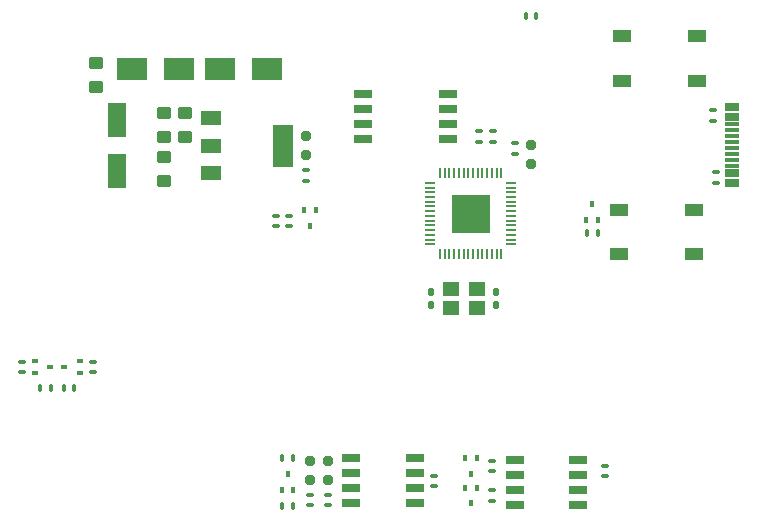
<source format=gtp>
%FSLAX46Y46*%
%MOMM*%
%AMPS39*
21,1,1.000000,1.600000,0.000000,0.000000,90.000000*
%
%ADD39PS39*%
%AMPS40*
21,1,1.000000,1.600000,0.000000,0.000000,270.000000*
%
%ADD40PS40*%
%AMPS37*
21,1,0.510000,0.400000,0.000000,0.000000,0.000000*
%
%ADD37PS37*%
%AMPS26*
21,1,0.510000,0.400000,0.000000,0.000000,90.000000*
%
%ADD26PS26*%
%AMPS18*
21,1,0.510000,0.400000,0.000000,0.000000,180.000000*
%
%ADD18PS18*%
%AMPS10*
21,1,0.510000,0.400000,0.000000,0.000000,270.000000*
%
%ADD10PS10*%
%AMPS27*
21,1,2.500000,1.800000,0.000000,0.000000,0.000000*
%
%ADD27PS27*%
%AMPS21*
21,1,2.500000,1.800000,0.000000,0.000000,180.000000*
%
%ADD21PS21*%
%AMPS31*
21,1,0.200000,0.875000,0.000000,0.000000,0.000000*
%
%ADD31PS31*%
%AMPS33*
21,1,0.200000,0.875000,0.000000,0.000000,90.000000*
%
%ADD33PS33*%
%AMPS32*
21,1,0.200000,0.875000,0.000000,0.000000,180.000000*
%
%ADD32PS32*%
%AMPS34*
21,1,0.200000,0.875000,0.000000,0.000000,270.000000*
%
%ADD34PS34*%
%AMPS36*
21,1,2.800000,1.600000,0.000000,0.000000,90.000000*
%
%ADD36PS36*%
%AMPS29*
21,1,0.300000,1.240000,0.000000,0.000000,90.000000*
%
%ADD29PS29*%
%AMPS23*
21,1,0.600000,1.500000,0.000000,0.000000,90.000000*
%
%ADD23PS23*%
%AMPS22*
21,1,0.600000,1.500000,0.000000,0.000000,270.000000*
%
%ADD22PS22*%
%AMPS30*
21,1,0.600000,1.240000,0.000000,0.000000,90.000000*
%
%ADD30PS30*%
%AMPS16*
21,1,1.250000,1.750000,0.000000,0.000000,270.000000*
%
%ADD16PS16*%
%AMPS35*
21,1,3.200000,3.200000,0.000000,0.000000,0.000000*
%
%ADD35PS35*%
%AMPS17*
21,1,3.500000,1.750000,0.000000,0.000000,270.000000*
%
%ADD17PS17*%
%AMPS12*
21,1,1.400000,1.200000,0.000000,0.000000,0.000000*
%
%ADD12PS12*%
%AMPS13*
1,1,0.200000,-0.100000,-0.200000*
1,1,0.200000,-0.100000,0.200000*
21,1,0.400000,0.400000,0.000000,0.000000,0.000000*
21,1,0.200000,0.600000,0.000000,0.000000,0.000000*
1,1,0.200000,0.100000,-0.200000*
1,1,0.200000,0.100000,0.200000*
%
%ADD13PS13*%
%AMPS25*
1,1,0.200000,0.200000,-0.100000*
1,1,0.200000,-0.200000,-0.100000*
21,1,0.400000,0.400000,0.000000,0.000000,90.000000*
21,1,0.200000,0.600000,0.000000,0.000000,90.000000*
1,1,0.200000,0.200000,0.100000*
1,1,0.200000,-0.200000,0.100000*
%
%ADD25PS25*%
%AMPS19*
1,1,0.200000,0.100000,0.200000*
1,1,0.200000,0.100000,-0.200000*
21,1,0.400000,0.400000,0.000000,0.000000,180.000000*
21,1,0.200000,0.600000,0.000000,0.000000,180.000000*
1,1,0.200000,-0.100000,0.200000*
1,1,0.200000,-0.100000,-0.200000*
%
%ADD19PS19*%
%AMPS15*
1,1,0.200000,-0.200000,0.100000*
1,1,0.200000,0.200000,0.100000*
21,1,0.400000,0.400000,0.000000,0.000000,270.000000*
21,1,0.200000,0.600000,0.000000,0.000000,270.000000*
1,1,0.200000,-0.200000,-0.100000*
1,1,0.200000,0.200000,-0.100000*
%
%ADD15PS15*%
%AMPS24*
1,1,0.360000,0.220000,-0.220000*
1,1,0.360000,-0.220000,-0.220000*
21,1,0.800000,0.440000,0.000000,0.000000,90.000000*
21,1,0.440000,0.800000,0.000000,0.000000,90.000000*
1,1,0.360000,0.220000,0.220000*
1,1,0.360000,-0.220000,0.220000*
%
%ADD24PS24*%
%AMPS14*
1,1,0.360000,-0.220000,0.220000*
1,1,0.360000,0.220000,0.220000*
21,1,0.800000,0.440000,0.000000,0.000000,270.000000*
21,1,0.440000,0.800000,0.000000,0.000000,270.000000*
1,1,0.360000,-0.220000,-0.220000*
1,1,0.360000,0.220000,-0.220000*
%
%ADD14PS14*%
%AMPS20*
1,1,0.500000,0.375000,-0.250000*
1,1,0.500000,-0.375000,-0.250000*
21,1,1.000000,0.750000,0.000000,0.000000,90.000000*
21,1,0.500000,1.250000,0.000000,0.000000,90.000000*
1,1,0.500000,0.375000,0.250000*
1,1,0.500000,-0.375000,0.250000*
%
%ADD20PS20*%
%AMPS11*
1,1,0.500000,-0.375000,0.250000*
1,1,0.500000,0.375000,0.250000*
21,1,1.000000,0.750000,0.000000,0.000000,270.000000*
21,1,0.500000,1.250000,0.000000,0.000000,270.000000*
1,1,0.500000,-0.375000,-0.250000*
1,1,0.500000,0.375000,-0.250000*
%
%ADD11PS11*%
%AMPS28*
1,1,0.240000,0.130000,-0.180000*
1,1,0.240000,-0.130000,-0.180000*
21,1,0.600000,0.260000,0.000000,0.000000,90.000000*
21,1,0.360000,0.500000,0.000000,0.000000,90.000000*
1,1,0.240000,0.130000,0.180000*
1,1,0.240000,-0.130000,0.180000*
%
%ADD28PS28*%
%AMPS38*
1,1,0.240000,-0.130000,0.180000*
1,1,0.240000,0.130000,0.180000*
21,1,0.600000,0.260000,0.000000,0.000000,270.000000*
21,1,0.360000,0.500000,0.000000,0.000000,270.000000*
1,1,0.240000,-0.130000,-0.180000*
1,1,0.240000,0.130000,-0.180000*
%
%ADD38PS38*%
G01*
%LPD*%
G01*
%LPD*%
G75*
D10*
X7299998Y-19735000D03*
D10*
X6299998Y-19735000D03*
D10*
X6799998Y-21035000D03*
D11*
X-19200010Y8249944D03*
D11*
X-19200010Y6249944D03*
D12*
X7250000Y-2900000D03*
D12*
X5050000Y-2900000D03*
D12*
X5050000Y-4500000D03*
D12*
X7250000Y-4500000D03*
D13*
X-9199998Y-17225000D03*
D13*
X-8299998Y-17225000D03*
D14*
X11875000Y9300000D03*
D14*
X11875000Y7700000D03*
D15*
X8625000Y10450000D03*
D15*
X8625000Y9550000D03*
D16*
X-15250002Y6950000D03*
D16*
X-15250002Y9250000D03*
D16*
X-15250002Y11550000D03*
D17*
X-9150002Y9250000D03*
D18*
X-26350000Y-9999988D03*
D18*
X-26350000Y-8999988D03*
D18*
X-27650000Y-9499988D03*
D19*
X-28800000Y-11249988D03*
D19*
X-29700000Y-11249988D03*
D15*
X-5350018Y-20300000D03*
D15*
X-5350018Y-21200000D03*
D20*
X-17449994Y10000056D03*
D20*
X-17449994Y12000056D03*
D15*
X7437500Y10450000D03*
D15*
X7437500Y9550000D03*
D15*
X8549998Y-17435000D03*
D15*
X8549998Y-18335000D03*
D13*
X-27700000Y-11249988D03*
D13*
X-26800000Y-11249988D03*
D10*
X-6375000Y3775000D03*
D10*
X-7375000Y3775000D03*
D10*
X-6875000Y2475000D03*
D21*
X-21950002Y15750000D03*
D21*
X-17950002Y15750000D03*
D15*
X-6850018Y-20300000D03*
D15*
X-6850018Y-21200000D03*
D22*
X10475000Y-18625000D03*
D22*
X10475000Y-21165000D03*
D23*
X15875000Y-18625000D03*
D22*
X10475000Y-17355000D03*
D22*
X10475000Y-19895000D03*
D23*
X15875000Y-21165000D03*
D23*
X15875000Y-19895000D03*
D23*
X15875000Y-17355000D03*
D24*
X-6850018Y-19050000D03*
D24*
X-6850018Y-17450000D03*
D15*
X-25250000Y-9049988D03*
D15*
X-25250000Y-9949988D03*
D25*
X3675000Y-19585000D03*
D25*
X3675000Y-18685000D03*
D26*
X16550000Y2975000D03*
D26*
X17550000Y2975000D03*
D26*
X17050000Y4275000D03*
D27*
X-10450002Y15750000D03*
D27*
X-14450002Y15750000D03*
D26*
X-9249998Y-19875000D03*
D26*
X-8249998Y-19875000D03*
D26*
X-8749998Y-18575000D03*
D15*
X8549998Y-19935000D03*
D15*
X8549998Y-20835000D03*
D19*
X12325000Y20250000D03*
D19*
X11425000Y20250000D03*
D25*
X18125000Y-18750000D03*
D25*
X18125000Y-17850000D03*
D15*
X-9750000Y3325000D03*
D15*
X-9750000Y2425000D03*
D25*
X-31250000Y-9949988D03*
D25*
X-31250000Y-9049988D03*
D28*
X3400000Y-3150000D03*
D28*
X3400000Y-4250000D03*
D15*
X27500000Y7012500D03*
D15*
X27500000Y6112500D03*
D20*
X-19199994Y10000056D03*
D20*
X-19199994Y12000056D03*
D29*
X28900000Y8562500D03*
D29*
X28900000Y9062500D03*
D30*
X28900000Y6912500D03*
D29*
X28900000Y11062500D03*
D29*
X28900000Y8062500D03*
D29*
X28900000Y10562500D03*
D30*
X28900000Y12512500D03*
D29*
X28900000Y10062500D03*
D30*
X28900000Y11712500D03*
D29*
X28900000Y7562500D03*
D30*
X28900000Y6112500D03*
D29*
X28900000Y9562500D03*
D31*
X6550000Y62500D03*
D32*
X4950000Y6937500D03*
D32*
X4550000Y6937500D03*
D33*
X10187500Y4900000D03*
D31*
X4150000Y62500D03*
D33*
X10187500Y4500000D03*
D31*
X5750000Y62500D03*
D32*
X8550000Y6937500D03*
D33*
X10187500Y4100000D03*
D33*
X10187500Y900000D03*
D33*
X10187500Y1700000D03*
D32*
X5750000Y6937500D03*
D33*
X10187500Y2900000D03*
D34*
X3312500Y1300000D03*
D34*
X3312500Y6100000D03*
D32*
X7750000Y6937500D03*
D31*
X8550000Y62500D03*
D34*
X3312500Y2900000D03*
D31*
X4550000Y62500D03*
D32*
X6550000Y6937500D03*
D34*
X3312500Y2500000D03*
D34*
X3312500Y4100000D03*
D32*
X4150000Y6937500D03*
D34*
X3312500Y5300000D03*
D31*
X6950000Y62500D03*
D33*
X10187500Y5700000D03*
D31*
X5350000Y62500D03*
D32*
X7350000Y6937500D03*
D34*
X3312500Y3700000D03*
D31*
X4950000Y62500D03*
D31*
X8950000Y62500D03*
D32*
X8950000Y6937500D03*
D34*
X3312500Y5700000D03*
D34*
X3312500Y3300000D03*
D33*
X10187500Y2500000D03*
D32*
X8150000Y6937500D03*
D32*
X6150000Y6937500D03*
D34*
X3312500Y4900000D03*
D33*
X10187500Y5300000D03*
D33*
X10187500Y3300000D03*
D31*
X6150000Y62500D03*
D33*
X10187500Y2100000D03*
D31*
X9350000Y62500D03*
D31*
X7750000Y62500D03*
D32*
X5350000Y6937500D03*
D34*
X3312500Y4500000D03*
D33*
X10187500Y1300000D03*
D31*
X7350000Y62500D03*
D34*
X3312500Y2100000D03*
D32*
X6950000Y6937500D03*
D33*
X10187500Y3700000D03*
D32*
X9350000Y6937500D03*
D34*
X3312500Y1700000D03*
D31*
X8150000Y62500D03*
D35*
X6750000Y3500000D03*
D34*
X3312500Y900000D03*
D33*
X10187500Y6100000D03*
D15*
X10500000Y9450000D03*
D15*
X10500000Y8550000D03*
D36*
X-23200002Y11400000D03*
D36*
X-23200002Y7100000D03*
D11*
X-24950010Y16249944D03*
D11*
X-24950010Y14249944D03*
D13*
X-9199998Y-21225000D03*
D13*
X-8299998Y-21225000D03*
D25*
X-8625000Y2425000D03*
D25*
X-8625000Y3325000D03*
D24*
X-5350018Y-19050000D03*
D24*
X-5350018Y-17450000D03*
D24*
X-7200002Y8450000D03*
D24*
X-7200002Y10050000D03*
D22*
X-2350000Y12385000D03*
D22*
X-2350000Y9845000D03*
D23*
X4850000Y12385000D03*
D22*
X-2350000Y13655000D03*
D22*
X-2350000Y11115000D03*
D23*
X4850000Y9845000D03*
D23*
X4850000Y11115000D03*
D23*
X4850000Y13655000D03*
D13*
X16600000Y1875000D03*
D13*
X17500000Y1875000D03*
D37*
X-30150000Y-8999988D03*
D37*
X-30150000Y-9999988D03*
D37*
X-28850000Y-9499988D03*
D38*
X8900000Y-4250000D03*
D38*
X8900000Y-3150000D03*
D15*
X-7200002Y7200000D03*
D15*
X-7200002Y6300000D03*
D25*
X27250000Y11362500D03*
D25*
X27250000Y12262500D03*
D39*
X25950000Y14725000D03*
D40*
X19550000Y18525000D03*
D40*
X19550000Y14725000D03*
D39*
X25950000Y18525000D03*
D39*
X25700000Y37500D03*
D40*
X19300000Y3837500D03*
D40*
X19300000Y37500D03*
D39*
X25700000Y3837500D03*
D10*
X7299998Y-17235000D03*
D10*
X6299998Y-17235000D03*
D10*
X6799998Y-18535000D03*
D22*
X-3400000Y-18500000D03*
D22*
X-3400000Y-21040000D03*
D23*
X2000000Y-18500000D03*
D22*
X-3400000Y-17230000D03*
D22*
X-3400000Y-19770000D03*
D23*
X2000000Y-21040000D03*
D23*
X2000000Y-19770000D03*
D23*
X2000000Y-17230000D03*
M02*

</source>
